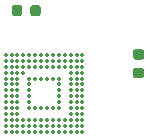
<source format=gbr>
G04 #@! TF.GenerationSoftware,KiCad,Pcbnew,(5.1.8)-1*
G04 #@! TF.CreationDate,2021-01-19T07:48:20+02:00*
G04 #@! TF.ProjectId,emmc-adapter,656d6d63-2d61-4646-9170-7465722e6b69,rev?*
G04 #@! TF.SameCoordinates,Original*
G04 #@! TF.FileFunction,Paste,Bot*
G04 #@! TF.FilePolarity,Positive*
%FSLAX46Y46*%
G04 Gerber Fmt 4.6, Leading zero omitted, Abs format (unit mm)*
G04 Created by KiCad (PCBNEW (5.1.8)-1) date 2021-01-19 07:48:20*
%MOMM*%
%LPD*%
G01*
G04 APERTURE LIST*
%ADD10C,0.350000*%
G04 APERTURE END LIST*
D10*
X115500000Y-71250000D03*
X115500000Y-71750000D03*
X115500000Y-72250000D03*
X115500000Y-72750000D03*
X115500000Y-73250000D03*
X115500000Y-73750000D03*
X115500000Y-74250000D03*
X115500000Y-74750000D03*
X115500000Y-75250000D03*
X115500000Y-75750000D03*
X115500000Y-76250000D03*
X115500000Y-76750000D03*
X115500000Y-77250000D03*
X115500000Y-77750000D03*
X116000000Y-71250000D03*
X116000000Y-71750000D03*
X116000000Y-72250000D03*
X116000000Y-72750000D03*
X116000000Y-73250000D03*
X116000000Y-73750000D03*
X116000000Y-74250000D03*
X116000000Y-74750000D03*
X116000000Y-75250000D03*
X116000000Y-75750000D03*
X116000000Y-76250000D03*
X116000000Y-76750000D03*
X116000000Y-77250000D03*
X116000000Y-77750000D03*
X116500000Y-71250000D03*
X116500000Y-71750000D03*
X116500000Y-72250000D03*
X116500000Y-72750000D03*
X116500000Y-73250000D03*
X116500000Y-73750000D03*
X116500000Y-74250000D03*
X116500000Y-74750000D03*
X116500000Y-75250000D03*
X116500000Y-75750000D03*
X116500000Y-76250000D03*
X116500000Y-76750000D03*
X116500000Y-77250000D03*
X116500000Y-77750000D03*
X117000000Y-71250000D03*
X117000000Y-71750000D03*
X117000000Y-72250000D03*
X117000000Y-72750000D03*
X117000000Y-76750000D03*
X117000000Y-77250000D03*
X117000000Y-77750000D03*
X117500000Y-71250000D03*
X117500000Y-71750000D03*
X117500000Y-72250000D03*
X117500000Y-73250000D03*
X117500000Y-73750000D03*
X117500000Y-74250000D03*
X117500000Y-74750000D03*
X117500000Y-75250000D03*
X117500000Y-75750000D03*
X117500000Y-76750000D03*
X117500000Y-77250000D03*
X117500000Y-77750000D03*
X118000000Y-71250000D03*
X118000000Y-71750000D03*
X118000000Y-72250000D03*
X118000000Y-73250000D03*
X118000000Y-75750000D03*
X118000000Y-76750000D03*
X118000000Y-77250000D03*
X118000000Y-77750000D03*
X118500000Y-71250000D03*
X118500000Y-71750000D03*
X118500000Y-72250000D03*
X118500000Y-73250000D03*
X118500000Y-75750000D03*
X118500000Y-76750000D03*
X118500000Y-77250000D03*
X118500000Y-77750000D03*
X119000000Y-71250000D03*
X119000000Y-71750000D03*
X119000000Y-72250000D03*
X119000000Y-73250000D03*
X119000000Y-75750000D03*
X119000000Y-76750000D03*
X119000000Y-77250000D03*
X119000000Y-77750000D03*
X119500000Y-71250000D03*
X119500000Y-71750000D03*
X119500000Y-72250000D03*
X119500000Y-73250000D03*
X119500000Y-75750000D03*
X119500000Y-76750000D03*
X119500000Y-77250000D03*
X119500000Y-77750000D03*
X120000000Y-71250000D03*
X120000000Y-71750000D03*
X120000000Y-72250000D03*
X120000000Y-73250000D03*
X120000000Y-73750000D03*
X120000000Y-74250000D03*
X120000000Y-74750000D03*
X120000000Y-75250000D03*
X120000000Y-75750000D03*
X120000000Y-76750000D03*
X120000000Y-77250000D03*
X120000000Y-77750000D03*
X120500000Y-71250000D03*
X120500000Y-71750000D03*
X120500000Y-72250000D03*
X120500000Y-76750000D03*
X120500000Y-77250000D03*
X120500000Y-77750000D03*
X121000000Y-71250000D03*
X121000000Y-71750000D03*
X121000000Y-72250000D03*
X121000000Y-72750000D03*
X121000000Y-73250000D03*
X121000000Y-73750000D03*
X121000000Y-74250000D03*
X121000000Y-74750000D03*
X121000000Y-75250000D03*
X121000000Y-75750000D03*
X121000000Y-76250000D03*
X121000000Y-76750000D03*
X121000000Y-77250000D03*
X121000000Y-77750000D03*
X121500000Y-71250000D03*
X121500000Y-71750000D03*
X121500000Y-72250000D03*
X121500000Y-72750000D03*
X121500000Y-73250000D03*
X121500000Y-73750000D03*
X121500000Y-74250000D03*
X121500000Y-74750000D03*
X121500000Y-75250000D03*
X121500000Y-75750000D03*
X121500000Y-76250000D03*
X121500000Y-76750000D03*
X121500000Y-77250000D03*
X121500000Y-77750000D03*
X122000000Y-71250000D03*
X122000000Y-71750000D03*
X122000000Y-72250000D03*
X122000000Y-72750000D03*
X122000000Y-73250000D03*
X122000000Y-73750000D03*
X122000000Y-74250000D03*
X122000000Y-74750000D03*
X122000000Y-75250000D03*
X122000000Y-75750000D03*
X122000000Y-76250000D03*
X122000000Y-76750000D03*
X122000000Y-77250000D03*
X122000000Y-77750000D03*
G36*
G01*
X127006250Y-71650000D02*
X126493750Y-71650000D01*
G75*
G02*
X126275000Y-71431250I0J218750D01*
G01*
X126275000Y-70993750D01*
G75*
G02*
X126493750Y-70775000I218750J0D01*
G01*
X127006250Y-70775000D01*
G75*
G02*
X127225000Y-70993750I0J-218750D01*
G01*
X127225000Y-71431250D01*
G75*
G02*
X127006250Y-71650000I-218750J0D01*
G01*
G37*
G36*
G01*
X127006250Y-73225000D02*
X126493750Y-73225000D01*
G75*
G02*
X126275000Y-73006250I0J218750D01*
G01*
X126275000Y-72568750D01*
G75*
G02*
X126493750Y-72350000I218750J0D01*
G01*
X127006250Y-72350000D01*
G75*
G02*
X127225000Y-72568750I0J-218750D01*
G01*
X127225000Y-73006250D01*
G75*
G02*
X127006250Y-73225000I-218750J0D01*
G01*
G37*
G36*
G01*
X117600000Y-67756250D02*
X117600000Y-67243750D01*
G75*
G02*
X117818750Y-67025000I218750J0D01*
G01*
X118256250Y-67025000D01*
G75*
G02*
X118475000Y-67243750I0J-218750D01*
G01*
X118475000Y-67756250D01*
G75*
G02*
X118256250Y-67975000I-218750J0D01*
G01*
X117818750Y-67975000D01*
G75*
G02*
X117600000Y-67756250I0J218750D01*
G01*
G37*
G36*
G01*
X116025000Y-67756250D02*
X116025000Y-67243750D01*
G75*
G02*
X116243750Y-67025000I218750J0D01*
G01*
X116681250Y-67025000D01*
G75*
G02*
X116900000Y-67243750I0J-218750D01*
G01*
X116900000Y-67756250D01*
G75*
G02*
X116681250Y-67975000I-218750J0D01*
G01*
X116243750Y-67975000D01*
G75*
G02*
X116025000Y-67756250I0J218750D01*
G01*
G37*
M02*

</source>
